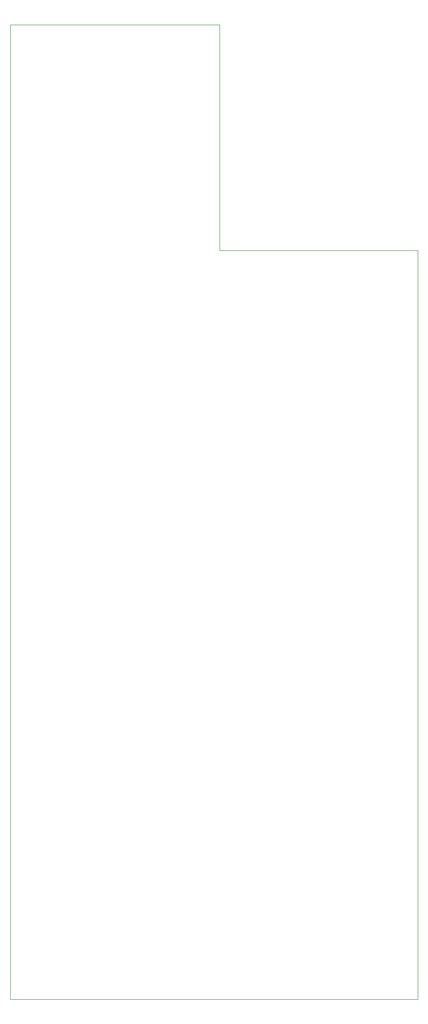
<source format=gbr>
%TF.GenerationSoftware,KiCad,Pcbnew,(5.1.9)-1*%
%TF.CreationDate,2021-06-16T16:09:49-07:00*%
%TF.ProjectId,noname,6e6f6e61-6d65-42e6-9b69-6361645f7063,rev?*%
%TF.SameCoordinates,Original*%
%TF.FileFunction,Profile,NP*%
%FSLAX46Y46*%
G04 Gerber Fmt 4.6, Leading zero omitted, Abs format (unit mm)*
G04 Created by KiCad (PCBNEW (5.1.9)-1) date 2021-06-16 16:09:49*
%MOMM*%
%LPD*%
G01*
G04 APERTURE LIST*
%TA.AperFunction,Profile*%
%ADD10C,0.050000*%
%TD*%
G04 APERTURE END LIST*
D10*
X13000000Y-189000000D02*
X87000000Y-189000000D01*
X13000000Y-12000000D02*
X13000000Y-189000000D01*
X51000000Y-12000000D02*
X13000000Y-12000000D01*
X51000000Y-52000000D02*
X51000000Y-12000000D01*
X51000000Y-53000000D02*
X87000000Y-53000000D01*
X51000000Y-52000000D02*
X51000000Y-53000000D01*
X87000000Y-123000000D02*
X87000000Y-53000000D01*
X87000000Y-189000000D02*
X87000000Y-123000000D01*
M02*

</source>
